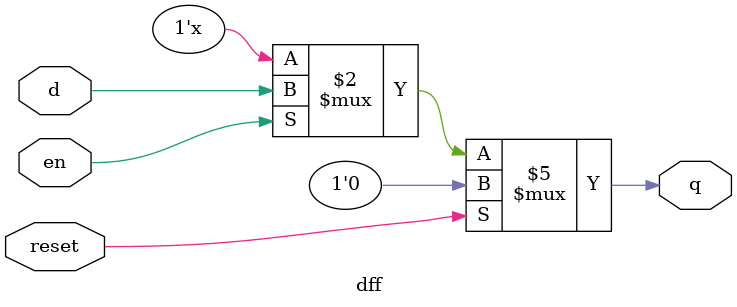
<source format=v>
module dff(d,q,en,reset);
  input d,en,reset;
  output reg q;
  always @(en,reset,d)
  begin
    if(reset)
      q<=0;
  else if(en)
    q<=d;
end
endmodule

</source>
